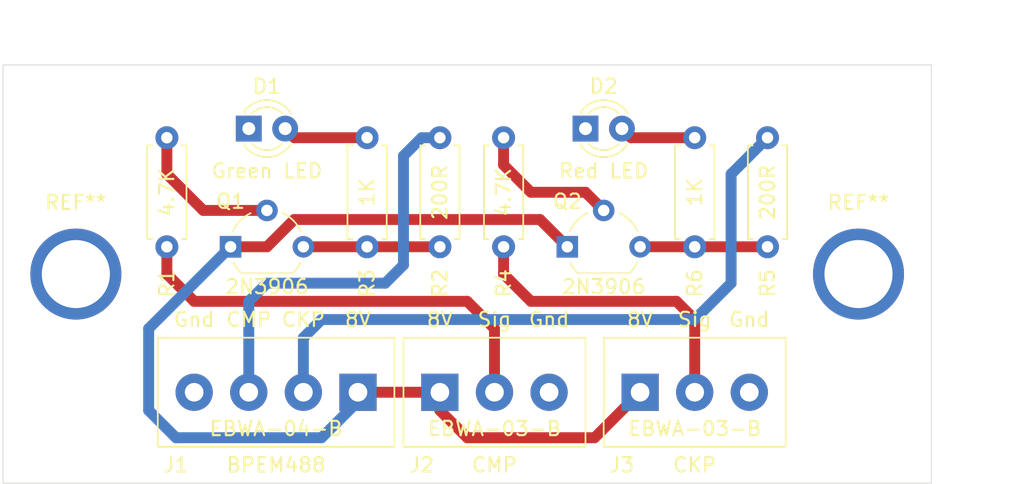
<source format=kicad_pcb>
(kicad_pcb (version 20171130) (host pcbnew "(5.1.6)-1")

  (general
    (thickness 1.6)
    (drawings 19)
    (tracks 56)
    (zones 0)
    (modules 15)
    (nets 13)
  )

  (page A4)
  (layers
    (0 F.Cu signal)
    (31 B.Cu signal)
    (32 B.Adhes user)
    (33 F.Adhes user)
    (34 B.Paste user)
    (35 F.Paste user)
    (36 B.SilkS user)
    (37 F.SilkS user)
    (38 B.Mask user)
    (39 F.Mask user)
    (40 Dwgs.User user)
    (41 Cmts.User user)
    (42 Eco1.User user)
    (43 Eco2.User user)
    (44 Edge.Cuts user)
    (45 Margin user)
    (46 B.CrtYd user)
    (47 F.CrtYd user)
    (48 B.Fab user)
    (49 F.Fab user)
  )

  (setup
    (last_trace_width 0.762)
    (user_trace_width 0.254)
    (user_trace_width 0.508)
    (user_trace_width 0.762)
    (trace_clearance 0.2)
    (zone_clearance 0.508)
    (zone_45_only no)
    (trace_min 0.2)
    (via_size 0.8)
    (via_drill 0.4)
    (via_min_size 0.4)
    (via_min_drill 0.3)
    (uvia_size 0.3)
    (uvia_drill 0.1)
    (uvias_allowed no)
    (uvia_min_size 0.2)
    (uvia_min_drill 0.1)
    (edge_width 0.05)
    (segment_width 0.2)
    (pcb_text_width 0.3)
    (pcb_text_size 1.5 1.5)
    (mod_edge_width 0.12)
    (mod_text_size 1 1)
    (mod_text_width 0.15)
    (pad_size 6.35 6.35)
    (pad_drill 4.7498)
    (pad_to_mask_clearance 0.05)
    (aux_axis_origin 0 0)
    (visible_elements 7FFFF7FF)
    (pcbplotparams
      (layerselection 0x010fc_ffffffff)
      (usegerberextensions false)
      (usegerberattributes true)
      (usegerberadvancedattributes true)
      (creategerberjobfile true)
      (excludeedgelayer true)
      (linewidth 0.100000)
      (plotframeref false)
      (viasonmask false)
      (mode 1)
      (useauxorigin false)
      (hpglpennumber 1)
      (hpglpenspeed 20)
      (hpglpendiameter 15.000000)
      (psnegative false)
      (psa4output false)
      (plotreference true)
      (plotvalue true)
      (plotinvisibletext false)
      (padsonsilk false)
      (subtractmaskfromsilk false)
      (outputformat 1)
      (mirror false)
      (drillshape 1)
      (scaleselection 1)
      (outputdirectory ""))
  )

  (net 0 "")
  (net 1 "Net-(D1-Pad2)")
  (net 2 GND)
  (net 3 "Net-(D2-Pad2)")
  (net 4 +8V)
  (net 5 /CMPsignal)
  (net 6 /CKPsignal)
  (net 7 /CMPsensor)
  (net 8 /CKPsensor)
  (net 9 "Net-(Q1-Pad3)")
  (net 10 "Net-(Q1-Pad2)")
  (net 11 "Net-(Q2-Pad3)")
  (net 12 "Net-(Q2-Pad2)")

  (net_class Default "This is the default net class."
    (clearance 0.2)
    (trace_width 0.25)
    (via_dia 0.8)
    (via_drill 0.4)
    (uvia_dia 0.3)
    (uvia_drill 0.1)
    (add_net +8V)
    (add_net /CKPsensor)
    (add_net /CKPsignal)
    (add_net /CMPsensor)
    (add_net /CMPsignal)
    (add_net GND)
    (add_net "Net-(D1-Pad2)")
    (add_net "Net-(D2-Pad2)")
    (add_net "Net-(Q1-Pad2)")
    (add_net "Net-(Q1-Pad3)")
    (add_net "Net-(Q2-Pad2)")
    (add_net "Net-(Q2-Pad3)")
  )

  (module MountingHole:MountingHole_4mm_Pad (layer F.Cu) (tedit 5FD7AA7E) (tstamp 5FD7A43F)
    (at 152.4 106.68)
    (descr "Mounting Hole 4mm")
    (tags "mounting hole 4mm")
    (attr virtual)
    (fp_text reference REF** (at 0 -5) (layer F.SilkS)
      (effects (font (size 1 1) (thickness 0.15)))
    )
    (fp_text value MountingHole_4mm_Pad (at -4.445 -1.27 90) (layer F.Fab)
      (effects (font (size 1 1) (thickness 0.15)))
    )
    (fp_circle (center 0 0) (end 4.25 0) (layer F.CrtYd) (width 0.05))
    (fp_circle (center 0 0) (end 4 0) (layer Cmts.User) (width 0.15))
    (fp_text user %R (at 0.3 0) (layer F.Fab)
      (effects (font (size 1 1) (thickness 0.15)))
    )
    (pad "" thru_hole circle (at 0 0) (size 6.35 6.35) (drill 4.7498) (layers *.Cu *.Mask))
  )

  (module MountingHole:MountingHole_4mm_Pad (layer F.Cu) (tedit 5FD7A393) (tstamp 5FD7A387)
    (at 207.01 106.68)
    (descr "Mounting Hole 4mm")
    (tags "mounting hole 4mm")
    (attr virtual)
    (fp_text reference REF** (at 0 -5) (layer F.SilkS)
      (effects (font (size 1 1) (thickness 0.15)))
    )
    (fp_text value MountingHole_4mm_Pad (at 3.81 -0.635 90) (layer F.Fab)
      (effects (font (size 1 1) (thickness 0.15)))
    )
    (fp_circle (center 0 0) (end 4.25 0) (layer F.CrtYd) (width 0.05))
    (fp_circle (center 0 0) (end 4 0) (layer Cmts.User) (width 0.15))
    (fp_text user %R (at 0.3 0) (layer F.Fab)
      (effects (font (size 1 1) (thickness 0.15)))
    )
    (pad "" thru_hole circle (at 0 0) (size 6.35 6.35) (drill 4.7498) (layers *.Cu *.Mask))
  )

  (module Resistor_THT:R_Axial_DIN0207_L6.3mm_D2.5mm_P7.62mm_Horizontal (layer F.Cu) (tedit 5AE5139B) (tstamp 5FD74611)
    (at 195.58 97.155 270)
    (descr "Resistor, Axial_DIN0207 series, Axial, Horizontal, pin pitch=7.62mm, 0.25W = 1/4W, length*diameter=6.3*2.5mm^2, http://cdn-reichelt.de/documents/datenblatt/B400/1_4W%23YAG.pdf")
    (tags "Resistor Axial_DIN0207 series Axial Horizontal pin pitch 7.62mm 0.25W = 1/4W length 6.3mm diameter 2.5mm")
    (path /5FD75785)
    (fp_text reference R6 (at 10.16 0 90) (layer F.SilkS)
      (effects (font (size 1 1) (thickness 0.15)))
    )
    (fp_text value 1K (at 3.81 0 90) (layer F.SilkS)
      (effects (font (size 1 1) (thickness 0.15)))
    )
    (fp_line (start 0.66 -1.25) (end 0.66 1.25) (layer F.Fab) (width 0.1))
    (fp_line (start 0.66 1.25) (end 6.96 1.25) (layer F.Fab) (width 0.1))
    (fp_line (start 6.96 1.25) (end 6.96 -1.25) (layer F.Fab) (width 0.1))
    (fp_line (start 6.96 -1.25) (end 0.66 -1.25) (layer F.Fab) (width 0.1))
    (fp_line (start 0 0) (end 0.66 0) (layer F.Fab) (width 0.1))
    (fp_line (start 7.62 0) (end 6.96 0) (layer F.Fab) (width 0.1))
    (fp_line (start 0.54 -1.04) (end 0.54 -1.37) (layer F.SilkS) (width 0.12))
    (fp_line (start 0.54 -1.37) (end 7.08 -1.37) (layer F.SilkS) (width 0.12))
    (fp_line (start 7.08 -1.37) (end 7.08 -1.04) (layer F.SilkS) (width 0.12))
    (fp_line (start 0.54 1.04) (end 0.54 1.37) (layer F.SilkS) (width 0.12))
    (fp_line (start 0.54 1.37) (end 7.08 1.37) (layer F.SilkS) (width 0.12))
    (fp_line (start 7.08 1.37) (end 7.08 1.04) (layer F.SilkS) (width 0.12))
    (fp_line (start -1.05 -1.5) (end -1.05 1.5) (layer F.CrtYd) (width 0.05))
    (fp_line (start -1.05 1.5) (end 8.67 1.5) (layer F.CrtYd) (width 0.05))
    (fp_line (start 8.67 1.5) (end 8.67 -1.5) (layer F.CrtYd) (width 0.05))
    (fp_line (start 8.67 -1.5) (end -1.05 -1.5) (layer F.CrtYd) (width 0.05))
    (fp_text user % (at 3.81 0 90) (layer F.Fab) hide
      (effects (font (size 1 1) (thickness 0.15)))
    )
    (pad 2 thru_hole oval (at 7.62 0 270) (size 1.6 1.6) (drill 0.8) (layers *.Cu *.Mask)
      (net 11 "Net-(Q2-Pad3)"))
    (pad 1 thru_hole circle (at 0 0 270) (size 1.6 1.6) (drill 0.8) (layers *.Cu *.Mask)
      (net 3 "Net-(D2-Pad2)"))
    (model ${KISYS3DMOD}/Resistor_THT.3dshapes/R_Axial_DIN0207_L6.3mm_D2.5mm_P7.62mm_Horizontal.wrl
      (at (xyz 0 0 0))
      (scale (xyz 1 1 1))
      (rotate (xyz 0 0 0))
    )
  )

  (module Resistor_THT:R_Axial_DIN0207_L6.3mm_D2.5mm_P7.62mm_Horizontal (layer F.Cu) (tedit 5AE5139B) (tstamp 5FD745FA)
    (at 200.66 97.155 270)
    (descr "Resistor, Axial_DIN0207 series, Axial, Horizontal, pin pitch=7.62mm, 0.25W = 1/4W, length*diameter=6.3*2.5mm^2, http://cdn-reichelt.de/documents/datenblatt/B400/1_4W%23YAG.pdf")
    (tags "Resistor Axial_DIN0207 series Axial Horizontal pin pitch 7.62mm 0.25W = 1/4W length 6.3mm diameter 2.5mm")
    (path /5FD63235)
    (fp_text reference R5 (at 10.16 0 90) (layer F.SilkS)
      (effects (font (size 1 1) (thickness 0.15)))
    )
    (fp_text value 200R (at 3.81 0 90) (layer F.SilkS)
      (effects (font (size 1 1) (thickness 0.15)))
    )
    (fp_line (start 0.66 -1.25) (end 0.66 1.25) (layer F.Fab) (width 0.1))
    (fp_line (start 0.66 1.25) (end 6.96 1.25) (layer F.Fab) (width 0.1))
    (fp_line (start 6.96 1.25) (end 6.96 -1.25) (layer F.Fab) (width 0.1))
    (fp_line (start 6.96 -1.25) (end 0.66 -1.25) (layer F.Fab) (width 0.1))
    (fp_line (start 0 0) (end 0.66 0) (layer F.Fab) (width 0.1))
    (fp_line (start 7.62 0) (end 6.96 0) (layer F.Fab) (width 0.1))
    (fp_line (start 0.54 -1.04) (end 0.54 -1.37) (layer F.SilkS) (width 0.12))
    (fp_line (start 0.54 -1.37) (end 7.08 -1.37) (layer F.SilkS) (width 0.12))
    (fp_line (start 7.08 -1.37) (end 7.08 -1.04) (layer F.SilkS) (width 0.12))
    (fp_line (start 0.54 1.04) (end 0.54 1.37) (layer F.SilkS) (width 0.12))
    (fp_line (start 0.54 1.37) (end 7.08 1.37) (layer F.SilkS) (width 0.12))
    (fp_line (start 7.08 1.37) (end 7.08 1.04) (layer F.SilkS) (width 0.12))
    (fp_line (start -1.05 -1.5) (end -1.05 1.5) (layer F.CrtYd) (width 0.05))
    (fp_line (start -1.05 1.5) (end 8.67 1.5) (layer F.CrtYd) (width 0.05))
    (fp_line (start 8.67 1.5) (end 8.67 -1.5) (layer F.CrtYd) (width 0.05))
    (fp_line (start 8.67 -1.5) (end -1.05 -1.5) (layer F.CrtYd) (width 0.05))
    (fp_text user %R (at 10.16 0 90) (layer F.Fab)
      (effects (font (size 1 1) (thickness 0.15)))
    )
    (pad 2 thru_hole oval (at 7.62 0 270) (size 1.6 1.6) (drill 0.8) (layers *.Cu *.Mask)
      (net 11 "Net-(Q2-Pad3)"))
    (pad 1 thru_hole circle (at 0 0 270) (size 1.6 1.6) (drill 0.8) (layers *.Cu *.Mask)
      (net 6 /CKPsignal))
    (model ${KISYS3DMOD}/Resistor_THT.3dshapes/R_Axial_DIN0207_L6.3mm_D2.5mm_P7.62mm_Horizontal.wrl
      (at (xyz 0 0 0))
      (scale (xyz 1 1 1))
      (rotate (xyz 0 0 0))
    )
  )

  (module Resistor_THT:R_Axial_DIN0207_L6.3mm_D2.5mm_P7.62mm_Horizontal (layer F.Cu) (tedit 5AE5139B) (tstamp 5FD745E3)
    (at 182.245 104.775 90)
    (descr "Resistor, Axial_DIN0207 series, Axial, Horizontal, pin pitch=7.62mm, 0.25W = 1/4W, length*diameter=6.3*2.5mm^2, http://cdn-reichelt.de/documents/datenblatt/B400/1_4W%23YAG.pdf")
    (tags "Resistor Axial_DIN0207 series Axial Horizontal pin pitch 7.62mm 0.25W = 1/4W length 6.3mm diameter 2.5mm")
    (path /5FD5D2EC)
    (fp_text reference R4 (at -2.54 0 90) (layer F.SilkS)
      (effects (font (size 1 1) (thickness 0.15)))
    )
    (fp_text value 4.7K (at 3.81 0 90) (layer F.SilkS)
      (effects (font (size 1 1) (thickness 0.15)))
    )
    (fp_line (start 0.66 -1.25) (end 0.66 1.25) (layer F.Fab) (width 0.1))
    (fp_line (start 0.66 1.25) (end 6.96 1.25) (layer F.Fab) (width 0.1))
    (fp_line (start 6.96 1.25) (end 6.96 -1.25) (layer F.Fab) (width 0.1))
    (fp_line (start 6.96 -1.25) (end 0.66 -1.25) (layer F.Fab) (width 0.1))
    (fp_line (start 0 0) (end 0.66 0) (layer F.Fab) (width 0.1))
    (fp_line (start 7.62 0) (end 6.96 0) (layer F.Fab) (width 0.1))
    (fp_line (start 0.54 -1.04) (end 0.54 -1.37) (layer F.SilkS) (width 0.12))
    (fp_line (start 0.54 -1.37) (end 7.08 -1.37) (layer F.SilkS) (width 0.12))
    (fp_line (start 7.08 -1.37) (end 7.08 -1.04) (layer F.SilkS) (width 0.12))
    (fp_line (start 0.54 1.04) (end 0.54 1.37) (layer F.SilkS) (width 0.12))
    (fp_line (start 0.54 1.37) (end 7.08 1.37) (layer F.SilkS) (width 0.12))
    (fp_line (start 7.08 1.37) (end 7.08 1.04) (layer F.SilkS) (width 0.12))
    (fp_line (start -1.05 -1.5) (end -1.05 1.5) (layer F.CrtYd) (width 0.05))
    (fp_line (start -1.05 1.5) (end 8.67 1.5) (layer F.CrtYd) (width 0.05))
    (fp_line (start 8.67 1.5) (end 8.67 -1.5) (layer F.CrtYd) (width 0.05))
    (fp_line (start 8.67 -1.5) (end -1.05 -1.5) (layer F.CrtYd) (width 0.05))
    (fp_text user %R (at -2.54 0 90) (layer F.Fab)
      (effects (font (size 1 1) (thickness 0.15)))
    )
    (pad 2 thru_hole oval (at 7.62 0 90) (size 1.6 1.6) (drill 0.8) (layers *.Cu *.Mask)
      (net 12 "Net-(Q2-Pad2)"))
    (pad 1 thru_hole circle (at 0 0 90) (size 1.6 1.6) (drill 0.8) (layers *.Cu *.Mask)
      (net 8 /CKPsensor))
    (model ${KISYS3DMOD}/Resistor_THT.3dshapes/R_Axial_DIN0207_L6.3mm_D2.5mm_P7.62mm_Horizontal.wrl
      (at (xyz 0 0 0))
      (scale (xyz 1 1 1))
      (rotate (xyz 0 0 0))
    )
  )

  (module Resistor_THT:R_Axial_DIN0207_L6.3mm_D2.5mm_P7.62mm_Horizontal (layer F.Cu) (tedit 5AE5139B) (tstamp 5FD745CC)
    (at 172.72 97.155 270)
    (descr "Resistor, Axial_DIN0207 series, Axial, Horizontal, pin pitch=7.62mm, 0.25W = 1/4W, length*diameter=6.3*2.5mm^2, http://cdn-reichelt.de/documents/datenblatt/B400/1_4W%23YAG.pdf")
    (tags "Resistor Axial_DIN0207 series Axial Horizontal pin pitch 7.62mm 0.25W = 1/4W length 6.3mm diameter 2.5mm")
    (path /5FD831C6)
    (fp_text reference R3 (at 10.16 0 90) (layer F.SilkS)
      (effects (font (size 1 1) (thickness 0.15)))
    )
    (fp_text value 1K (at 3.81 0 90) (layer F.SilkS)
      (effects (font (size 1 1) (thickness 0.15)))
    )
    (fp_line (start 0.66 -1.25) (end 0.66 1.25) (layer F.Fab) (width 0.1))
    (fp_line (start 0.66 1.25) (end 6.96 1.25) (layer F.Fab) (width 0.1))
    (fp_line (start 6.96 1.25) (end 6.96 -1.25) (layer F.Fab) (width 0.1))
    (fp_line (start 6.96 -1.25) (end 0.66 -1.25) (layer F.Fab) (width 0.1))
    (fp_line (start 0 0) (end 0.66 0) (layer F.Fab) (width 0.1))
    (fp_line (start 7.62 0) (end 6.96 0) (layer F.Fab) (width 0.1))
    (fp_line (start 0.54 -1.04) (end 0.54 -1.37) (layer F.SilkS) (width 0.12))
    (fp_line (start 0.54 -1.37) (end 7.08 -1.37) (layer F.SilkS) (width 0.12))
    (fp_line (start 7.08 -1.37) (end 7.08 -1.04) (layer F.SilkS) (width 0.12))
    (fp_line (start 0.54 1.04) (end 0.54 1.37) (layer F.SilkS) (width 0.12))
    (fp_line (start 0.54 1.37) (end 7.08 1.37) (layer F.SilkS) (width 0.12))
    (fp_line (start 7.08 1.37) (end 7.08 1.04) (layer F.SilkS) (width 0.12))
    (fp_line (start -1.05 -1.5) (end -1.05 1.5) (layer F.CrtYd) (width 0.05))
    (fp_line (start -1.05 1.5) (end 8.67 1.5) (layer F.CrtYd) (width 0.05))
    (fp_line (start 8.67 1.5) (end 8.67 -1.5) (layer F.CrtYd) (width 0.05))
    (fp_line (start 8.67 -1.5) (end -1.05 -1.5) (layer F.CrtYd) (width 0.05))
    (fp_text user %R (at 10.16 0 90) (layer F.Fab)
      (effects (font (size 1 1) (thickness 0.15)))
    )
    (pad 2 thru_hole oval (at 7.62 0 270) (size 1.6 1.6) (drill 0.8) (layers *.Cu *.Mask)
      (net 9 "Net-(Q1-Pad3)"))
    (pad 1 thru_hole circle (at 0 0 270) (size 1.6 1.6) (drill 0.8) (layers *.Cu *.Mask)
      (net 1 "Net-(D1-Pad2)"))
    (model ${KISYS3DMOD}/Resistor_THT.3dshapes/R_Axial_DIN0207_L6.3mm_D2.5mm_P7.62mm_Horizontal.wrl
      (at (xyz 0 0 0))
      (scale (xyz 1 1 1))
      (rotate (xyz 0 0 0))
    )
  )

  (module Resistor_THT:R_Axial_DIN0207_L6.3mm_D2.5mm_P7.62mm_Horizontal (layer F.Cu) (tedit 5AE5139B) (tstamp 5FD745B5)
    (at 177.8 97.155 270)
    (descr "Resistor, Axial_DIN0207 series, Axial, Horizontal, pin pitch=7.62mm, 0.25W = 1/4W, length*diameter=6.3*2.5mm^2, http://cdn-reichelt.de/documents/datenblatt/B400/1_4W%23YAG.pdf")
    (tags "Resistor Axial_DIN0207 series Axial Horizontal pin pitch 7.62mm 0.25W = 1/4W length 6.3mm diameter 2.5mm")
    (path /5FD831B3)
    (fp_text reference R2 (at 10.16 0 90) (layer F.SilkS)
      (effects (font (size 1 1) (thickness 0.15)))
    )
    (fp_text value 200R (at 3.81 0 90) (layer F.SilkS)
      (effects (font (size 1 1) (thickness 0.15)))
    )
    (fp_line (start 0.66 -1.25) (end 0.66 1.25) (layer F.Fab) (width 0.1))
    (fp_line (start 0.66 1.25) (end 6.96 1.25) (layer F.Fab) (width 0.1))
    (fp_line (start 6.96 1.25) (end 6.96 -1.25) (layer F.Fab) (width 0.1))
    (fp_line (start 6.96 -1.25) (end 0.66 -1.25) (layer F.Fab) (width 0.1))
    (fp_line (start 0 0) (end 0.66 0) (layer F.Fab) (width 0.1))
    (fp_line (start 7.62 0) (end 6.96 0) (layer F.Fab) (width 0.1))
    (fp_line (start 0.54 -1.04) (end 0.54 -1.37) (layer F.SilkS) (width 0.12))
    (fp_line (start 0.54 -1.37) (end 7.08 -1.37) (layer F.SilkS) (width 0.12))
    (fp_line (start 7.08 -1.37) (end 7.08 -1.04) (layer F.SilkS) (width 0.12))
    (fp_line (start 0.54 1.04) (end 0.54 1.37) (layer F.SilkS) (width 0.12))
    (fp_line (start 0.54 1.37) (end 7.08 1.37) (layer F.SilkS) (width 0.12))
    (fp_line (start 7.08 1.37) (end 7.08 1.04) (layer F.SilkS) (width 0.12))
    (fp_line (start -1.05 -1.5) (end -1.05 1.5) (layer F.CrtYd) (width 0.05))
    (fp_line (start -1.05 1.5) (end 8.67 1.5) (layer F.CrtYd) (width 0.05))
    (fp_line (start 8.67 1.5) (end 8.67 -1.5) (layer F.CrtYd) (width 0.05))
    (fp_line (start 8.67 -1.5) (end -1.05 -1.5) (layer F.CrtYd) (width 0.05))
    (fp_text user %R (at 10.16 0 90) (layer F.Fab)
      (effects (font (size 1 1) (thickness 0.15)))
    )
    (pad 2 thru_hole oval (at 7.62 0 270) (size 1.6 1.6) (drill 0.8) (layers *.Cu *.Mask)
      (net 9 "Net-(Q1-Pad3)"))
    (pad 1 thru_hole circle (at 0 0 270) (size 1.6 1.6) (drill 0.8) (layers *.Cu *.Mask)
      (net 5 /CMPsignal))
    (model ${KISYS3DMOD}/Resistor_THT.3dshapes/R_Axial_DIN0207_L6.3mm_D2.5mm_P7.62mm_Horizontal.wrl
      (at (xyz 0 0 0))
      (scale (xyz 1 1 1))
      (rotate (xyz 0 0 0))
    )
  )

  (module Resistor_THT:R_Axial_DIN0207_L6.3mm_D2.5mm_P7.62mm_Horizontal (layer F.Cu) (tedit 5AE5139B) (tstamp 5FD7459E)
    (at 158.75 104.775 90)
    (descr "Resistor, Axial_DIN0207 series, Axial, Horizontal, pin pitch=7.62mm, 0.25W = 1/4W, length*diameter=6.3*2.5mm^2, http://cdn-reichelt.de/documents/datenblatt/B400/1_4W%23YAG.pdf")
    (tags "Resistor Axial_DIN0207 series Axial Horizontal pin pitch 7.62mm 0.25W = 1/4W length 6.3mm diameter 2.5mm")
    (path /5FD831A7)
    (fp_text reference R1 (at -2.54 0 90) (layer F.SilkS)
      (effects (font (size 1 1) (thickness 0.15)))
    )
    (fp_text value 4.7K (at 3.81 0 90) (layer F.SilkS)
      (effects (font (size 1 1) (thickness 0.15)))
    )
    (fp_line (start 0.66 -1.25) (end 0.66 1.25) (layer F.Fab) (width 0.1))
    (fp_line (start 0.66 1.25) (end 6.96 1.25) (layer F.Fab) (width 0.1))
    (fp_line (start 6.96 1.25) (end 6.96 -1.25) (layer F.Fab) (width 0.1))
    (fp_line (start 6.96 -1.25) (end 0.66 -1.25) (layer F.Fab) (width 0.1))
    (fp_line (start 0 0) (end 0.66 0) (layer F.Fab) (width 0.1))
    (fp_line (start 7.62 0) (end 6.96 0) (layer F.Fab) (width 0.1))
    (fp_line (start 0.54 -1.04) (end 0.54 -1.37) (layer F.SilkS) (width 0.12))
    (fp_line (start 0.54 -1.37) (end 7.08 -1.37) (layer F.SilkS) (width 0.12))
    (fp_line (start 7.08 -1.37) (end 7.08 -1.04) (layer F.SilkS) (width 0.12))
    (fp_line (start 0.54 1.04) (end 0.54 1.37) (layer F.SilkS) (width 0.12))
    (fp_line (start 0.54 1.37) (end 7.08 1.37) (layer F.SilkS) (width 0.12))
    (fp_line (start 7.08 1.37) (end 7.08 1.04) (layer F.SilkS) (width 0.12))
    (fp_line (start -1.05 -1.5) (end -1.05 1.5) (layer F.CrtYd) (width 0.05))
    (fp_line (start -1.05 1.5) (end 8.67 1.5) (layer F.CrtYd) (width 0.05))
    (fp_line (start 8.67 1.5) (end 8.67 -1.5) (layer F.CrtYd) (width 0.05))
    (fp_line (start 8.67 -1.5) (end -1.05 -1.5) (layer F.CrtYd) (width 0.05))
    (fp_text user %R (at -2.54 0 90) (layer F.Fab)
      (effects (font (size 1 1) (thickness 0.15)))
    )
    (pad 2 thru_hole oval (at 7.62 0 90) (size 1.6 1.6) (drill 0.8) (layers *.Cu *.Mask)
      (net 10 "Net-(Q1-Pad2)"))
    (pad 1 thru_hole circle (at 0 0 90) (size 1.6 1.6) (drill 0.8) (layers *.Cu *.Mask)
      (net 7 /CMPsensor))
    (model ${KISYS3DMOD}/Resistor_THT.3dshapes/R_Axial_DIN0207_L6.3mm_D2.5mm_P7.62mm_Horizontal.wrl
      (at (xyz 0 0 0))
      (scale (xyz 1 1 1))
      (rotate (xyz 0 0 0))
    )
  )

  (module Package_TO_SOT_THT:TO-92_Wide (layer F.Cu) (tedit 5A2795B7) (tstamp 5FD74587)
    (at 186.69 104.775)
    (descr "TO-92 leads molded, wide, drill 0.75mm (see NXP sot054_po.pdf)")
    (tags "to-92 sc-43 sc-43a sot54 PA33 transistor")
    (path /5FD5A72D)
    (fp_text reference Q2 (at 0 -3.175) (layer F.SilkS)
      (effects (font (size 1 1) (thickness 0.15)))
    )
    (fp_text value 2N3906 (at 2.54 2.79) (layer F.SilkS)
      (effects (font (size 1 1) (thickness 0.15)))
    )
    (fp_line (start 0.74 1.85) (end 4.34 1.85) (layer F.SilkS) (width 0.12))
    (fp_line (start 0.8 1.75) (end 4.3 1.75) (layer F.Fab) (width 0.1))
    (fp_line (start -1.01 -3.55) (end 6.09 -3.55) (layer F.CrtYd) (width 0.05))
    (fp_line (start -1.01 -3.55) (end -1.01 2.01) (layer F.CrtYd) (width 0.05))
    (fp_line (start 6.09 2.01) (end 6.09 -3.55) (layer F.CrtYd) (width 0.05))
    (fp_line (start 6.09 2.01) (end -1.01 2.01) (layer F.CrtYd) (width 0.05))
    (fp_arc (start 2.54 0) (end 4.34 1.85) (angle -20) (layer F.SilkS) (width 0.12))
    (fp_arc (start 2.54 0) (end 2.54 -2.48) (angle -135) (layer F.Fab) (width 0.1))
    (fp_arc (start 2.54 0) (end 2.54 -2.48) (angle 135) (layer F.Fab) (width 0.1))
    (fp_arc (start 2.54 0) (end 3.65 -2.35) (angle 39.71668247) (layer F.SilkS) (width 0.12))
    (fp_arc (start 2.54 0) (end 1.4 -2.35) (angle -39.12170074) (layer F.SilkS) (width 0.12))
    (fp_arc (start 2.54 0) (end 0.74 1.85) (angle 20) (layer F.SilkS) (width 0.12))
    (fp_text user %R (at 0 -3.175) (layer F.Fab)
      (effects (font (size 1 1) (thickness 0.15)))
    )
    (pad 1 thru_hole rect (at 0 0 90) (size 1.5 1.5) (drill 0.8) (layers *.Cu *.Mask)
      (net 4 +8V))
    (pad 3 thru_hole circle (at 5.08 0 90) (size 1.5 1.5) (drill 0.8) (layers *.Cu *.Mask)
      (net 11 "Net-(Q2-Pad3)"))
    (pad 2 thru_hole circle (at 2.54 -2.54 90) (size 1.5 1.5) (drill 0.8) (layers *.Cu *.Mask)
      (net 12 "Net-(Q2-Pad2)"))
    (model ${KISYS3DMOD}/Package_TO_SOT_THT.3dshapes/TO-92_Wide.wrl
      (at (xyz 0 0 0))
      (scale (xyz 1 1 1))
      (rotate (xyz 0 0 0))
    )
  )

  (module Package_TO_SOT_THT:TO-92_Wide (layer F.Cu) (tedit 5A2795B7) (tstamp 5FD74573)
    (at 163.195 104.775)
    (descr "TO-92 leads molded, wide, drill 0.75mm (see NXP sot054_po.pdf)")
    (tags "to-92 sc-43 sc-43a sot54 PA33 transistor")
    (path /5FD831A1)
    (fp_text reference Q1 (at 0 -3.175) (layer F.SilkS)
      (effects (font (size 1 1) (thickness 0.15)))
    )
    (fp_text value 2N3906 (at 2.54 2.79) (layer F.SilkS)
      (effects (font (size 1 1) (thickness 0.15)))
    )
    (fp_line (start 0.74 1.85) (end 4.34 1.85) (layer F.SilkS) (width 0.12))
    (fp_line (start 0.8 1.75) (end 4.3 1.75) (layer F.Fab) (width 0.1))
    (fp_line (start -1.01 -3.55) (end 6.09 -3.55) (layer F.CrtYd) (width 0.05))
    (fp_line (start -1.01 -3.55) (end -1.01 2.01) (layer F.CrtYd) (width 0.05))
    (fp_line (start 6.09 2.01) (end 6.09 -3.55) (layer F.CrtYd) (width 0.05))
    (fp_line (start 6.09 2.01) (end -1.01 2.01) (layer F.CrtYd) (width 0.05))
    (fp_arc (start 2.54 0) (end 4.34 1.85) (angle -20) (layer F.SilkS) (width 0.12))
    (fp_arc (start 2.54 0) (end 2.54 -2.48) (angle -135) (layer F.Fab) (width 0.1))
    (fp_arc (start 2.54 0) (end 2.54 -2.48) (angle 135) (layer F.Fab) (width 0.1))
    (fp_arc (start 2.54 0) (end 3.65 -2.35) (angle 39.71668247) (layer F.SilkS) (width 0.12))
    (fp_arc (start 2.54 0) (end 1.4 -2.35) (angle -39.12170074) (layer F.SilkS) (width 0.12))
    (fp_arc (start 2.54 0) (end 0.74 1.85) (angle 20) (layer F.SilkS) (width 0.12))
    (fp_text user %R (at 0 -3.175) (layer F.Fab)
      (effects (font (size 1 1) (thickness 0.15)))
    )
    (pad 1 thru_hole rect (at 0 0 90) (size 1.5 1.5) (drill 0.8) (layers *.Cu *.Mask)
      (net 4 +8V))
    (pad 3 thru_hole circle (at 5.08 0 90) (size 1.5 1.5) (drill 0.8) (layers *.Cu *.Mask)
      (net 9 "Net-(Q1-Pad3)"))
    (pad 2 thru_hole circle (at 2.54 -2.54 90) (size 1.5 1.5) (drill 0.8) (layers *.Cu *.Mask)
      (net 10 "Net-(Q1-Pad2)"))
    (model ${KISYS3DMOD}/Package_TO_SOT_THT.3dshapes/TO-92_Wide.wrl
      (at (xyz 0 0 0))
      (scale (xyz 1 1 1))
      (rotate (xyz 0 0 0))
    )
  )

  (module "BPEM488 Inputs:EBWA-03-B" (layer F.Cu) (tedit 5F0544A8) (tstamp 5FD7455F)
    (at 195.58 114.935)
    (path /5FD70122)
    (fp_text reference J3 (at -5.08 5.08) (layer F.SilkS)
      (effects (font (size 1 1) (thickness 0.15)))
    )
    (fp_text value EBWA-03-B (at 0 2.54 180) (layer F.SilkS)
      (effects (font (size 1 1) (thickness 0.15)))
    )
    (fp_line (start -6.35 3.81) (end -6.35 -3.81) (layer F.SilkS) (width 0.12))
    (fp_line (start 6.35 3.81) (end -6.35 3.81) (layer F.SilkS) (width 0.12))
    (fp_line (start 6.35 -3.81) (end 6.35 3.81) (layer F.SilkS) (width 0.12))
    (fp_line (start -6.35 -3.81) (end 6.35 -3.81) (layer F.SilkS) (width 0.12))
    (pad 3 thru_hole circle (at 3.81 0) (size 2.6 2.6) (drill 1.3) (layers *.Cu *.Mask)
      (net 2 GND))
    (pad 1 thru_hole rect (at -3.81 0) (size 2.6 2.6) (drill 1.3) (layers *.Cu *.Mask)
      (net 4 +8V))
    (pad 2 thru_hole circle (at 0 0) (size 2.6 2.6) (drill 1.3) (layers *.Cu *.Mask)
      (net 8 /CKPsensor))
  )

  (module "BPEM488 Inputs:EBWA-03-B" (layer F.Cu) (tedit 5F0544A8) (tstamp 5FD74554)
    (at 181.61 114.935)
    (path /5FD5DAA6)
    (fp_text reference J2 (at -5.08 5.08 180) (layer F.SilkS)
      (effects (font (size 1 1) (thickness 0.15)))
    )
    (fp_text value EBWA-03-B (at 0 2.54 180) (layer F.SilkS)
      (effects (font (size 1 1) (thickness 0.15)))
    )
    (fp_line (start -6.35 3.81) (end -6.35 -3.81) (layer F.SilkS) (width 0.12))
    (fp_line (start 6.35 3.81) (end -6.35 3.81) (layer F.SilkS) (width 0.12))
    (fp_line (start 6.35 -3.81) (end 6.35 3.81) (layer F.SilkS) (width 0.12))
    (fp_line (start -6.35 -3.81) (end 6.35 -3.81) (layer F.SilkS) (width 0.12))
    (pad 3 thru_hole circle (at 3.81 0) (size 2.6 2.6) (drill 1.3) (layers *.Cu *.Mask)
      (net 2 GND))
    (pad 1 thru_hole rect (at -3.81 0) (size 2.6 2.6) (drill 1.3) (layers *.Cu *.Mask)
      (net 4 +8V))
    (pad 2 thru_hole circle (at 0 0) (size 2.6 2.6) (drill 1.3) (layers *.Cu *.Mask)
      (net 7 /CMPsensor))
  )

  (module "BPEM488 Inputs:EBWA-04-B" (layer F.Cu) (tedit 5FD6B2A1) (tstamp 5FD74549)
    (at 164.465 114.935 180)
    (path /5FD5E261)
    (fp_text reference J1 (at 5.08 -5.08) (layer F.SilkS)
      (effects (font (size 1 1) (thickness 0.15)))
    )
    (fp_text value EBWA-04-B (at -1.905 -2.54) (layer F.SilkS)
      (effects (font (size 1 1) (thickness 0.15)))
    )
    (fp_line (start -6.35 -3.81) (end 6.35 -3.81) (layer F.SilkS) (width 0.12))
    (fp_line (start 6.35 3.81) (end -6.35 3.81) (layer F.SilkS) (width 0.12))
    (fp_line (start 6.35 -3.81) (end 6.35 3.81) (layer F.SilkS) (width 0.12))
    (fp_line (start -6.35 -3.81) (end -10.16 -3.81) (layer F.SilkS) (width 0.12))
    (fp_line (start -10.16 -3.81) (end -10.16 3.81) (layer F.SilkS) (width 0.12))
    (fp_line (start -10.16 3.81) (end -6.35 3.81) (layer F.SilkS) (width 0.12))
    (pad 1 thru_hole rect (at -7.62 0 180) (size 2.6 2.6) (drill 1.3) (layers *.Cu *.Mask)
      (net 4 +8V))
    (pad 4 thru_hole circle (at 3.81 0 180) (size 2.6 2.6) (drill 1.3) (layers *.Cu *.Mask)
      (net 2 GND))
    (pad 2 thru_hole circle (at -3.81 0 180) (size 2.6 2.6) (drill 1.3) (layers *.Cu *.Mask)
      (net 6 /CKPsignal))
    (pad 3 thru_hole circle (at 0 0 180) (size 2.6 2.6) (drill 1.3) (layers *.Cu *.Mask)
      (net 5 /CMPsignal))
  )

  (module LED_THT:LED_D3.0mm (layer F.Cu) (tedit 587A3A7B) (tstamp 5FD7453B)
    (at 187.96 96.52)
    (descr "LED, diameter 3.0mm, 2 pins")
    (tags "LED diameter 3.0mm 2 pins")
    (path /5FD595F4)
    (fp_text reference D2 (at 1.27 -2.96) (layer F.SilkS)
      (effects (font (size 1 1) (thickness 0.15)))
    )
    (fp_text value "Red LED" (at 1.27 2.96) (layer F.SilkS)
      (effects (font (size 1 1) (thickness 0.15)))
    )
    (fp_circle (center 1.27 0) (end 2.77 0) (layer F.Fab) (width 0.1))
    (fp_line (start -0.23 -1.16619) (end -0.23 1.16619) (layer F.Fab) (width 0.1))
    (fp_line (start -0.29 -1.236) (end -0.29 -1.08) (layer F.SilkS) (width 0.12))
    (fp_line (start -0.29 1.08) (end -0.29 1.236) (layer F.SilkS) (width 0.12))
    (fp_line (start -1.15 -2.25) (end -1.15 2.25) (layer F.CrtYd) (width 0.05))
    (fp_line (start -1.15 2.25) (end 3.7 2.25) (layer F.CrtYd) (width 0.05))
    (fp_line (start 3.7 2.25) (end 3.7 -2.25) (layer F.CrtYd) (width 0.05))
    (fp_line (start 3.7 -2.25) (end -1.15 -2.25) (layer F.CrtYd) (width 0.05))
    (fp_arc (start 1.27 0) (end 0.229039 1.08) (angle -87.9) (layer F.SilkS) (width 0.12))
    (fp_arc (start 1.27 0) (end 0.229039 -1.08) (angle 87.9) (layer F.SilkS) (width 0.12))
    (fp_arc (start 1.27 0) (end -0.29 1.235516) (angle -108.8) (layer F.SilkS) (width 0.12))
    (fp_arc (start 1.27 0) (end -0.29 -1.235516) (angle 108.8) (layer F.SilkS) (width 0.12))
    (fp_arc (start 1.27 0) (end -0.23 -1.16619) (angle 284.3) (layer F.Fab) (width 0.1))
    (pad 2 thru_hole circle (at 2.54 0) (size 1.8 1.8) (drill 0.9) (layers *.Cu *.Mask)
      (net 3 "Net-(D2-Pad2)"))
    (pad 1 thru_hole rect (at 0 0) (size 1.8 1.8) (drill 0.9) (layers *.Cu *.Mask)
      (net 2 GND))
    (model ${KISYS3DMOD}/LED_THT.3dshapes/LED_D3.0mm.wrl
      (at (xyz 0 0 0))
      (scale (xyz 1 1 1))
      (rotate (xyz 0 0 0))
    )
  )

  (module LED_THT:LED_D3.0mm (layer F.Cu) (tedit 587A3A7B) (tstamp 5FD74528)
    (at 164.465 96.52)
    (descr "LED, diameter 3.0mm, 2 pins")
    (tags "LED diameter 3.0mm 2 pins")
    (path /5FD83192)
    (fp_text reference D1 (at 1.27 -2.96) (layer F.SilkS)
      (effects (font (size 1 1) (thickness 0.15)))
    )
    (fp_text value "Green LED" (at 1.27 2.96) (layer F.SilkS)
      (effects (font (size 1 1) (thickness 0.15)))
    )
    (fp_circle (center 1.27 0) (end 2.77 0) (layer F.Fab) (width 0.1))
    (fp_line (start -0.23 -1.16619) (end -0.23 1.16619) (layer F.Fab) (width 0.1))
    (fp_line (start -0.29 -1.236) (end -0.29 -1.08) (layer F.SilkS) (width 0.12))
    (fp_line (start -0.29 1.08) (end -0.29 1.236) (layer F.SilkS) (width 0.12))
    (fp_line (start -1.15 -2.25) (end -1.15 2.25) (layer F.CrtYd) (width 0.05))
    (fp_line (start -1.15 2.25) (end 3.7 2.25) (layer F.CrtYd) (width 0.05))
    (fp_line (start 3.7 2.25) (end 3.7 -2.25) (layer F.CrtYd) (width 0.05))
    (fp_line (start 3.7 -2.25) (end -1.15 -2.25) (layer F.CrtYd) (width 0.05))
    (fp_arc (start 1.27 0) (end 0.229039 1.08) (angle -87.9) (layer F.SilkS) (width 0.12))
    (fp_arc (start 1.27 0) (end 0.229039 -1.08) (angle 87.9) (layer F.SilkS) (width 0.12))
    (fp_arc (start 1.27 0) (end -0.29 1.235516) (angle -108.8) (layer F.SilkS) (width 0.12))
    (fp_arc (start 1.27 0) (end -0.29 -1.235516) (angle 108.8) (layer F.SilkS) (width 0.12))
    (fp_arc (start 1.27 0) (end -0.23 -1.16619) (angle 284.3) (layer F.Fab) (width 0.1))
    (pad 2 thru_hole circle (at 2.54 0) (size 1.8 1.8) (drill 0.9) (layers *.Cu *.Mask)
      (net 1 "Net-(D1-Pad2)"))
    (pad 1 thru_hole rect (at 0 0) (size 1.8 1.8) (drill 0.9) (layers *.Cu *.Mask)
      (net 2 GND))
    (model ${KISYS3DMOD}/LED_THT.3dshapes/LED_D3.0mm.wrl
      (at (xyz 0 0 0))
      (scale (xyz 1 1 1))
      (rotate (xyz 0 0 0))
    )
  )

  (dimension 29.21 (width 0.15) (layer Dwgs.User)
    (gr_text "1.1500 in" (at 217.2 106.68 270) (layer Dwgs.User)
      (effects (font (size 1 1) (thickness 0.15)))
    )
    (feature1 (pts (xy 212.09 121.285) (xy 216.486421 121.285)))
    (feature2 (pts (xy 212.09 92.075) (xy 216.486421 92.075)))
    (crossbar (pts (xy 215.9 92.075) (xy 215.9 121.285)))
    (arrow1a (pts (xy 215.9 121.285) (xy 215.313579 120.158496)))
    (arrow1b (pts (xy 215.9 121.285) (xy 216.486421 120.158496)))
    (arrow2a (pts (xy 215.9 92.075) (xy 215.313579 93.201504)))
    (arrow2b (pts (xy 215.9 92.075) (xy 216.486421 93.201504)))
  )
  (dimension 64.77 (width 0.15) (layer Dwgs.User)
    (gr_text "2.5500 in" (at 179.705 88.235) (layer Dwgs.User)
      (effects (font (size 1 1) (thickness 0.15)))
    )
    (feature1 (pts (xy 212.09 92.075) (xy 212.09 88.948579)))
    (feature2 (pts (xy 147.32 92.075) (xy 147.32 88.948579)))
    (crossbar (pts (xy 147.32 89.535) (xy 212.09 89.535)))
    (arrow1a (pts (xy 212.09 89.535) (xy 210.963496 90.121421)))
    (arrow1b (pts (xy 212.09 89.535) (xy 210.963496 88.948579)))
    (arrow2a (pts (xy 147.32 89.535) (xy 148.446504 90.121421)))
    (arrow2b (pts (xy 147.32 89.535) (xy 148.446504 88.948579)))
  )
  (gr_line (start 147.32 121.285) (end 147.32 92.075) (layer Edge.Cuts) (width 0.05) (tstamp 5FD7AB87))
  (gr_line (start 212.09 121.285) (end 147.32 121.285) (layer Edge.Cuts) (width 0.05))
  (gr_line (start 212.09 92.075) (end 212.09 121.285) (layer Edge.Cuts) (width 0.05))
  (gr_line (start 147.32 92.075) (end 212.09 92.075) (layer Edge.Cuts) (width 0.05))
  (gr_text BPEM488 (at 166.37 120.015) (layer F.SilkS)
    (effects (font (size 1 1) (thickness 0.15)))
  )
  (gr_text Gnd (at 160.655 109.855) (layer F.SilkS)
    (effects (font (size 1 1) (thickness 0.15)))
  )
  (gr_text CMP (at 164.465 109.855) (layer F.SilkS)
    (effects (font (size 1 1) (thickness 0.15)))
  )
  (gr_text CKP (at 168.275 109.855) (layer F.SilkS)
    (effects (font (size 1 1) (thickness 0.15)))
  )
  (gr_text 8V (at 172.085 109.855) (layer F.SilkS)
    (effects (font (size 1 1) (thickness 0.15)))
  )
  (gr_text CMP (at 181.61 120.015) (layer F.SilkS)
    (effects (font (size 1 1) (thickness 0.15)))
  )
  (gr_text CKP (at 195.58 120.015) (layer F.SilkS)
    (effects (font (size 1 1) (thickness 0.15)))
  )
  (gr_text "Gnd\n" (at 185.42 109.855) (layer F.SilkS)
    (effects (font (size 1 1) (thickness 0.15)))
  )
  (gr_text Sig (at 181.61 109.855) (layer F.SilkS)
    (effects (font (size 1 1) (thickness 0.15)))
  )
  (gr_text 8V (at 177.8 109.855) (layer F.SilkS)
    (effects (font (size 1 1) (thickness 0.15)))
  )
  (gr_text Sig (at 195.58 109.855) (layer F.SilkS)
    (effects (font (size 1 1) (thickness 0.15)))
  )
  (gr_text Gnd (at 199.39 109.855) (layer F.SilkS)
    (effects (font (size 1 1) (thickness 0.15)))
  )
  (gr_text 8V (at 191.77 109.855) (layer F.SilkS)
    (effects (font (size 1 1) (thickness 0.15)))
  )

  (segment (start 167.64 97.155) (end 167.005 96.52) (width 0.762) (layer F.Cu) (net 1))
  (segment (start 172.72 97.155) (end 167.64 97.155) (width 0.762) (layer F.Cu) (net 1))
  (segment (start 191.135 97.155) (end 190.5 96.52) (width 0.762) (layer F.Cu) (net 3))
  (segment (start 195.58 97.155) (end 191.135 97.155) (width 0.762) (layer F.Cu) (net 3))
  (segment (start 177.8 114.935) (end 177.8 115.57) (width 0.762) (layer F.Cu) (net 4))
  (segment (start 177.8 114.935) (end 177.8 116.205) (width 0.762) (layer F.Cu) (net 4))
  (segment (start 177.8 116.205) (end 179.705 118.11) (width 0.762) (layer F.Cu) (net 4))
  (segment (start 188.595 118.11) (end 191.77 114.935) (width 0.762) (layer F.Cu) (net 4))
  (segment (start 179.705 118.11) (end 188.595 118.11) (width 0.762) (layer F.Cu) (net 4))
  (segment (start 172.085 114.935) (end 177.8 114.935) (width 0.762) (layer F.Cu) (net 4))
  (segment (start 172.085 114.935) (end 172.085 114.3) (width 0.762) (layer F.Cu) (net 4))
  (segment (start 163.195 104.775) (end 165.735 104.775) (width 0.762) (layer F.Cu) (net 4))
  (segment (start 165.735 104.775) (end 167.64 102.87) (width 0.762) (layer F.Cu) (net 4))
  (segment (start 167.64 102.87) (end 184.785 102.87) (width 0.762) (layer F.Cu) (net 4))
  (segment (start 184.785 102.87) (end 186.69 104.775) (width 0.762) (layer F.Cu) (net 4))
  (segment (start 172.085 114.935) (end 172.085 115.57) (width 0.762) (layer B.Cu) (net 4))
  (segment (start 172.085 115.57) (end 169.545 118.11) (width 0.762) (layer B.Cu) (net 4))
  (segment (start 169.545 118.11) (end 159.385 118.11) (width 0.762) (layer B.Cu) (net 4))
  (segment (start 159.385 118.11) (end 157.48 116.205) (width 0.762) (layer B.Cu) (net 4))
  (segment (start 157.48 110.49) (end 163.195 104.775) (width 0.762) (layer B.Cu) (net 4))
  (segment (start 157.48 116.205) (end 157.48 110.49) (width 0.762) (layer B.Cu) (net 4))
  (segment (start 177.8 97.155) (end 176.53 97.155) (width 0.762) (layer B.Cu) (net 5))
  (segment (start 176.53 97.155) (end 175.26 98.425) (width 0.762) (layer B.Cu) (net 5))
  (segment (start 175.26 98.425) (end 175.26 106.045) (width 0.762) (layer B.Cu) (net 5))
  (segment (start 175.26 106.045) (end 173.99 107.315) (width 0.762) (layer B.Cu) (net 5))
  (segment (start 173.99 107.315) (end 165.735 107.315) (width 0.762) (layer B.Cu) (net 5))
  (segment (start 164.465 108.585) (end 164.465 114.935) (width 0.762) (layer B.Cu) (net 5))
  (segment (start 165.735 107.315) (end 164.465 108.585) (width 0.762) (layer B.Cu) (net 5))
  (segment (start 198.12 107.315) (end 195.58 109.855) (width 0.762) (layer B.Cu) (net 6))
  (segment (start 169.545 109.855) (end 168.275 111.125) (width 0.762) (layer B.Cu) (net 6))
  (segment (start 200.66 97.155) (end 198.12 99.695) (width 0.762) (layer B.Cu) (net 6))
  (segment (start 198.12 99.695) (end 198.12 107.315) (width 0.762) (layer B.Cu) (net 6))
  (segment (start 195.58 109.855) (end 169.545 109.855) (width 0.762) (layer B.Cu) (net 6))
  (segment (start 168.275 111.125) (end 168.275 114.935) (width 0.762) (layer B.Cu) (net 6))
  (segment (start 158.75 104.775) (end 158.75 105.41) (width 0.25) (layer F.Cu) (net 7))
  (segment (start 158.75 104.775) (end 158.75 106.68) (width 0.762) (layer F.Cu) (net 7))
  (segment (start 158.75 106.68) (end 160.655 108.585) (width 0.762) (layer F.Cu) (net 7))
  (segment (start 160.655 108.585) (end 179.705 108.585) (width 0.762) (layer F.Cu) (net 7))
  (segment (start 181.61 110.49) (end 181.61 114.935) (width 0.762) (layer F.Cu) (net 7))
  (segment (start 179.705 108.585) (end 181.61 110.49) (width 0.762) (layer F.Cu) (net 7))
  (segment (start 184.15 108.585) (end 182.245 106.68) (width 0.762) (layer F.Cu) (net 8))
  (segment (start 194.31 108.585) (end 184.15 108.585) (width 0.762) (layer F.Cu) (net 8))
  (segment (start 195.58 114.935) (end 195.58 109.855) (width 0.762) (layer F.Cu) (net 8))
  (segment (start 182.245 106.68) (end 182.245 104.775) (width 0.762) (layer F.Cu) (net 8))
  (segment (start 195.58 109.855) (end 194.31 108.585) (width 0.762) (layer F.Cu) (net 8))
  (segment (start 168.275 104.775) (end 172.72 104.775) (width 0.762) (layer F.Cu) (net 9))
  (segment (start 172.72 104.775) (end 177.8 104.775) (width 0.762) (layer F.Cu) (net 9))
  (segment (start 165.735 102.235) (end 161.29 102.235) (width 0.762) (layer F.Cu) (net 10))
  (segment (start 158.75 99.695) (end 158.75 97.155) (width 0.762) (layer F.Cu) (net 10))
  (segment (start 161.29 102.235) (end 158.75 99.695) (width 0.762) (layer F.Cu) (net 10))
  (segment (start 191.77 104.775) (end 195.58 104.775) (width 0.762) (layer F.Cu) (net 11))
  (segment (start 195.58 104.775) (end 200.66 104.775) (width 0.762) (layer F.Cu) (net 11))
  (segment (start 182.245 97.155) (end 182.245 99.06) (width 0.762) (layer F.Cu) (net 12))
  (segment (start 182.245 99.06) (end 184.15 100.965) (width 0.762) (layer F.Cu) (net 12))
  (segment (start 187.96 100.965) (end 189.23 102.235) (width 0.762) (layer F.Cu) (net 12))
  (segment (start 184.15 100.965) (end 187.96 100.965) (width 0.762) (layer F.Cu) (net 12))

  (zone (net 2) (net_name GND) (layer F.Cu) (tstamp 5FD7B65B) (hatch edge 0.508)
    (connect_pads (clearance 0.508))
    (min_thickness 0.254)
    (fill (arc_segments 32) (thermal_gap 0.508) (thermal_bridge_width 0.508))
    (polygon
      (pts
        (xy 212.09 121.285) (xy 147.32 121.285) (xy 147.32 92.075) (xy 212.09 92.075)
      )
    )
  )
  (zone (net 2) (net_name GND) (layer B.Cu) (tstamp 5FD7B658) (hatch edge 0.508)
    (connect_pads (clearance 0.508))
    (min_thickness 0.254)
    (fill (arc_segments 32) (thermal_gap 0.508) (thermal_bridge_width 0.508))
    (polygon
      (pts
        (xy 212.09 121.285) (xy 147.32 121.285) (xy 147.32 92.075) (xy 212.09 92.075)
      )
    )
  )
)

</source>
